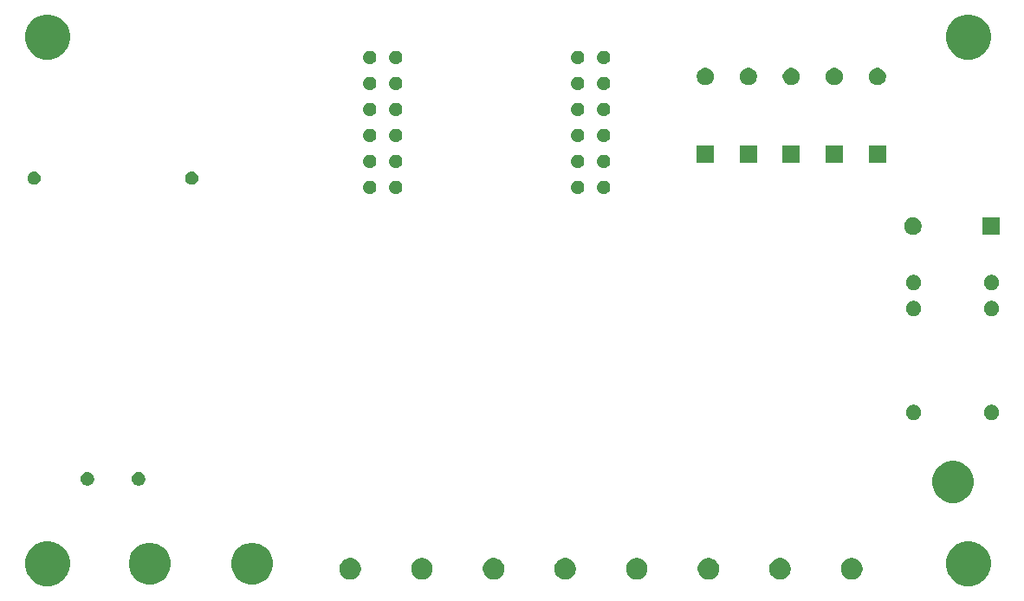
<source format=gbr>
G04 #@! TF.GenerationSoftware,KiCad,Pcbnew,(5.1.5)-3*
G04 #@! TF.CreationDate,2020-04-03T18:33:56+02:00*
G04 #@! TF.ProjectId,Calefacci_n_CC2530,43616c65-6661-4636-9369-f36e5f434332,rev?*
G04 #@! TF.SameCoordinates,Original*
G04 #@! TF.FileFunction,Soldermask,Bot*
G04 #@! TF.FilePolarity,Negative*
%FSLAX46Y46*%
G04 Gerber Fmt 4.6, Leading zero omitted, Abs format (unit mm)*
G04 Created by KiCad (PCBNEW (5.1.5)-3) date 2020-04-03 18:33:56*
%MOMM*%
%LPD*%
G04 APERTURE LIST*
%ADD10C,0.100000*%
G04 APERTURE END LIST*
D10*
G36*
X105642007Y-142883582D02*
G01*
X105990225Y-143027819D01*
X106042565Y-143049499D01*
X106403056Y-143290371D01*
X106709629Y-143596944D01*
X106773520Y-143692564D01*
X106950502Y-143957437D01*
X107116418Y-144357993D01*
X107201000Y-144783219D01*
X107201000Y-145216781D01*
X107116418Y-145642007D01*
X106979933Y-145971511D01*
X106950501Y-146042565D01*
X106709629Y-146403056D01*
X106403056Y-146709629D01*
X106042565Y-146950501D01*
X106042564Y-146950502D01*
X106042563Y-146950502D01*
X105642007Y-147116418D01*
X105216781Y-147201000D01*
X104783219Y-147201000D01*
X104357993Y-147116418D01*
X103957437Y-146950502D01*
X103957436Y-146950502D01*
X103957435Y-146950501D01*
X103596944Y-146709629D01*
X103290371Y-146403056D01*
X103049499Y-146042565D01*
X103020067Y-145971511D01*
X102883582Y-145642007D01*
X102799000Y-145216781D01*
X102799000Y-144783219D01*
X102883582Y-144357993D01*
X103049498Y-143957437D01*
X103226480Y-143692564D01*
X103290371Y-143596944D01*
X103596944Y-143290371D01*
X103957435Y-143049499D01*
X104009775Y-143027819D01*
X104357993Y-142883582D01*
X104783219Y-142799000D01*
X105216781Y-142799000D01*
X105642007Y-142883582D01*
G37*
G36*
X195642007Y-142883582D02*
G01*
X195990225Y-143027819D01*
X196042565Y-143049499D01*
X196403056Y-143290371D01*
X196709629Y-143596944D01*
X196773520Y-143692564D01*
X196950502Y-143957437D01*
X197116418Y-144357993D01*
X197201000Y-144783219D01*
X197201000Y-145216781D01*
X197116418Y-145642007D01*
X196979933Y-145971511D01*
X196950501Y-146042565D01*
X196709629Y-146403056D01*
X196403056Y-146709629D01*
X196042565Y-146950501D01*
X196042564Y-146950502D01*
X196042563Y-146950502D01*
X195642007Y-147116418D01*
X195216781Y-147201000D01*
X194783219Y-147201000D01*
X194357993Y-147116418D01*
X193957437Y-146950502D01*
X193957436Y-146950502D01*
X193957435Y-146950501D01*
X193596944Y-146709629D01*
X193290371Y-146403056D01*
X193049499Y-146042565D01*
X193020067Y-145971511D01*
X192883582Y-145642007D01*
X192799000Y-145216781D01*
X192799000Y-144783219D01*
X192883582Y-144357993D01*
X193049498Y-143957437D01*
X193226480Y-143692564D01*
X193290371Y-143596944D01*
X193596944Y-143290371D01*
X193957435Y-143049499D01*
X194009775Y-143027819D01*
X194357993Y-142883582D01*
X194783219Y-142799000D01*
X195216781Y-142799000D01*
X195642007Y-142883582D01*
G37*
G36*
X115598254Y-143027818D02*
G01*
X115971511Y-143182426D01*
X115971513Y-143182427D01*
X116133062Y-143290371D01*
X116307436Y-143406884D01*
X116593116Y-143692564D01*
X116817574Y-144028489D01*
X116972182Y-144401746D01*
X117051000Y-144797993D01*
X117051000Y-145202007D01*
X116972182Y-145598254D01*
X116817574Y-145971511D01*
X116817573Y-145971513D01*
X116593116Y-146307436D01*
X116307436Y-146593116D01*
X115971513Y-146817573D01*
X115971512Y-146817574D01*
X115971511Y-146817574D01*
X115598254Y-146972182D01*
X115202007Y-147051000D01*
X114797993Y-147051000D01*
X114401746Y-146972182D01*
X114028489Y-146817574D01*
X114028488Y-146817574D01*
X114028487Y-146817573D01*
X113692564Y-146593116D01*
X113406884Y-146307436D01*
X113182427Y-145971513D01*
X113182426Y-145971511D01*
X113027818Y-145598254D01*
X112949000Y-145202007D01*
X112949000Y-144797993D01*
X113027818Y-144401746D01*
X113182426Y-144028489D01*
X113406884Y-143692564D01*
X113692564Y-143406884D01*
X113866938Y-143290371D01*
X114028487Y-143182427D01*
X114028489Y-143182426D01*
X114401746Y-143027818D01*
X114797993Y-142949000D01*
X115202007Y-142949000D01*
X115598254Y-143027818D01*
G37*
G36*
X125598254Y-143027818D02*
G01*
X125971511Y-143182426D01*
X125971513Y-143182427D01*
X126133062Y-143290371D01*
X126307436Y-143406884D01*
X126593116Y-143692564D01*
X126817574Y-144028489D01*
X126972182Y-144401746D01*
X127051000Y-144797993D01*
X127051000Y-145202007D01*
X126972182Y-145598254D01*
X126817574Y-145971511D01*
X126817573Y-145971513D01*
X126593116Y-146307436D01*
X126307436Y-146593116D01*
X125971513Y-146817573D01*
X125971512Y-146817574D01*
X125971511Y-146817574D01*
X125598254Y-146972182D01*
X125202007Y-147051000D01*
X124797993Y-147051000D01*
X124401746Y-146972182D01*
X124028489Y-146817574D01*
X124028488Y-146817574D01*
X124028487Y-146817573D01*
X123692564Y-146593116D01*
X123406884Y-146307436D01*
X123182427Y-145971513D01*
X123182426Y-145971511D01*
X123027818Y-145598254D01*
X122949000Y-145202007D01*
X122949000Y-144797993D01*
X123027818Y-144401746D01*
X123182426Y-144028489D01*
X123406884Y-143692564D01*
X123692564Y-143406884D01*
X123866938Y-143290371D01*
X124028487Y-143182427D01*
X124028489Y-143182426D01*
X124401746Y-143027818D01*
X124797993Y-142949000D01*
X125202007Y-142949000D01*
X125598254Y-143027818D01*
G37*
G36*
X176906564Y-144489389D02*
G01*
X177097833Y-144568615D01*
X177097835Y-144568616D01*
X177269973Y-144683635D01*
X177416365Y-144830027D01*
X177531385Y-145002167D01*
X177610611Y-145193436D01*
X177651000Y-145396484D01*
X177651000Y-145603516D01*
X177610611Y-145806564D01*
X177542288Y-145971511D01*
X177531384Y-145997835D01*
X177416365Y-146169973D01*
X177269973Y-146316365D01*
X177097835Y-146431384D01*
X177097834Y-146431385D01*
X177097833Y-146431385D01*
X176906564Y-146510611D01*
X176703516Y-146551000D01*
X176496484Y-146551000D01*
X176293436Y-146510611D01*
X176102167Y-146431385D01*
X176102166Y-146431385D01*
X176102165Y-146431384D01*
X175930027Y-146316365D01*
X175783635Y-146169973D01*
X175668616Y-145997835D01*
X175657712Y-145971511D01*
X175589389Y-145806564D01*
X175549000Y-145603516D01*
X175549000Y-145396484D01*
X175589389Y-145193436D01*
X175668615Y-145002167D01*
X175783635Y-144830027D01*
X175930027Y-144683635D01*
X176102165Y-144568616D01*
X176102167Y-144568615D01*
X176293436Y-144489389D01*
X176496484Y-144449000D01*
X176703516Y-144449000D01*
X176906564Y-144489389D01*
G37*
G36*
X134906564Y-144489389D02*
G01*
X135097833Y-144568615D01*
X135097835Y-144568616D01*
X135269973Y-144683635D01*
X135416365Y-144830027D01*
X135531385Y-145002167D01*
X135610611Y-145193436D01*
X135651000Y-145396484D01*
X135651000Y-145603516D01*
X135610611Y-145806564D01*
X135542288Y-145971511D01*
X135531384Y-145997835D01*
X135416365Y-146169973D01*
X135269973Y-146316365D01*
X135097835Y-146431384D01*
X135097834Y-146431385D01*
X135097833Y-146431385D01*
X134906564Y-146510611D01*
X134703516Y-146551000D01*
X134496484Y-146551000D01*
X134293436Y-146510611D01*
X134102167Y-146431385D01*
X134102166Y-146431385D01*
X134102165Y-146431384D01*
X133930027Y-146316365D01*
X133783635Y-146169973D01*
X133668616Y-145997835D01*
X133657712Y-145971511D01*
X133589389Y-145806564D01*
X133549000Y-145603516D01*
X133549000Y-145396484D01*
X133589389Y-145193436D01*
X133668615Y-145002167D01*
X133783635Y-144830027D01*
X133930027Y-144683635D01*
X134102165Y-144568616D01*
X134102167Y-144568615D01*
X134293436Y-144489389D01*
X134496484Y-144449000D01*
X134703516Y-144449000D01*
X134906564Y-144489389D01*
G37*
G36*
X141906564Y-144489389D02*
G01*
X142097833Y-144568615D01*
X142097835Y-144568616D01*
X142269973Y-144683635D01*
X142416365Y-144830027D01*
X142531385Y-145002167D01*
X142610611Y-145193436D01*
X142651000Y-145396484D01*
X142651000Y-145603516D01*
X142610611Y-145806564D01*
X142542288Y-145971511D01*
X142531384Y-145997835D01*
X142416365Y-146169973D01*
X142269973Y-146316365D01*
X142097835Y-146431384D01*
X142097834Y-146431385D01*
X142097833Y-146431385D01*
X141906564Y-146510611D01*
X141703516Y-146551000D01*
X141496484Y-146551000D01*
X141293436Y-146510611D01*
X141102167Y-146431385D01*
X141102166Y-146431385D01*
X141102165Y-146431384D01*
X140930027Y-146316365D01*
X140783635Y-146169973D01*
X140668616Y-145997835D01*
X140657712Y-145971511D01*
X140589389Y-145806564D01*
X140549000Y-145603516D01*
X140549000Y-145396484D01*
X140589389Y-145193436D01*
X140668615Y-145002167D01*
X140783635Y-144830027D01*
X140930027Y-144683635D01*
X141102165Y-144568616D01*
X141102167Y-144568615D01*
X141293436Y-144489389D01*
X141496484Y-144449000D01*
X141703516Y-144449000D01*
X141906564Y-144489389D01*
G37*
G36*
X148906564Y-144489389D02*
G01*
X149097833Y-144568615D01*
X149097835Y-144568616D01*
X149269973Y-144683635D01*
X149416365Y-144830027D01*
X149531385Y-145002167D01*
X149610611Y-145193436D01*
X149651000Y-145396484D01*
X149651000Y-145603516D01*
X149610611Y-145806564D01*
X149542288Y-145971511D01*
X149531384Y-145997835D01*
X149416365Y-146169973D01*
X149269973Y-146316365D01*
X149097835Y-146431384D01*
X149097834Y-146431385D01*
X149097833Y-146431385D01*
X148906564Y-146510611D01*
X148703516Y-146551000D01*
X148496484Y-146551000D01*
X148293436Y-146510611D01*
X148102167Y-146431385D01*
X148102166Y-146431385D01*
X148102165Y-146431384D01*
X147930027Y-146316365D01*
X147783635Y-146169973D01*
X147668616Y-145997835D01*
X147657712Y-145971511D01*
X147589389Y-145806564D01*
X147549000Y-145603516D01*
X147549000Y-145396484D01*
X147589389Y-145193436D01*
X147668615Y-145002167D01*
X147783635Y-144830027D01*
X147930027Y-144683635D01*
X148102165Y-144568616D01*
X148102167Y-144568615D01*
X148293436Y-144489389D01*
X148496484Y-144449000D01*
X148703516Y-144449000D01*
X148906564Y-144489389D01*
G37*
G36*
X155906564Y-144489389D02*
G01*
X156097833Y-144568615D01*
X156097835Y-144568616D01*
X156269973Y-144683635D01*
X156416365Y-144830027D01*
X156531385Y-145002167D01*
X156610611Y-145193436D01*
X156651000Y-145396484D01*
X156651000Y-145603516D01*
X156610611Y-145806564D01*
X156542288Y-145971511D01*
X156531384Y-145997835D01*
X156416365Y-146169973D01*
X156269973Y-146316365D01*
X156097835Y-146431384D01*
X156097834Y-146431385D01*
X156097833Y-146431385D01*
X155906564Y-146510611D01*
X155703516Y-146551000D01*
X155496484Y-146551000D01*
X155293436Y-146510611D01*
X155102167Y-146431385D01*
X155102166Y-146431385D01*
X155102165Y-146431384D01*
X154930027Y-146316365D01*
X154783635Y-146169973D01*
X154668616Y-145997835D01*
X154657712Y-145971511D01*
X154589389Y-145806564D01*
X154549000Y-145603516D01*
X154549000Y-145396484D01*
X154589389Y-145193436D01*
X154668615Y-145002167D01*
X154783635Y-144830027D01*
X154930027Y-144683635D01*
X155102165Y-144568616D01*
X155102167Y-144568615D01*
X155293436Y-144489389D01*
X155496484Y-144449000D01*
X155703516Y-144449000D01*
X155906564Y-144489389D01*
G37*
G36*
X162906564Y-144489389D02*
G01*
X163097833Y-144568615D01*
X163097835Y-144568616D01*
X163269973Y-144683635D01*
X163416365Y-144830027D01*
X163531385Y-145002167D01*
X163610611Y-145193436D01*
X163651000Y-145396484D01*
X163651000Y-145603516D01*
X163610611Y-145806564D01*
X163542288Y-145971511D01*
X163531384Y-145997835D01*
X163416365Y-146169973D01*
X163269973Y-146316365D01*
X163097835Y-146431384D01*
X163097834Y-146431385D01*
X163097833Y-146431385D01*
X162906564Y-146510611D01*
X162703516Y-146551000D01*
X162496484Y-146551000D01*
X162293436Y-146510611D01*
X162102167Y-146431385D01*
X162102166Y-146431385D01*
X162102165Y-146431384D01*
X161930027Y-146316365D01*
X161783635Y-146169973D01*
X161668616Y-145997835D01*
X161657712Y-145971511D01*
X161589389Y-145806564D01*
X161549000Y-145603516D01*
X161549000Y-145396484D01*
X161589389Y-145193436D01*
X161668615Y-145002167D01*
X161783635Y-144830027D01*
X161930027Y-144683635D01*
X162102165Y-144568616D01*
X162102167Y-144568615D01*
X162293436Y-144489389D01*
X162496484Y-144449000D01*
X162703516Y-144449000D01*
X162906564Y-144489389D01*
G37*
G36*
X169906564Y-144489389D02*
G01*
X170097833Y-144568615D01*
X170097835Y-144568616D01*
X170269973Y-144683635D01*
X170416365Y-144830027D01*
X170531385Y-145002167D01*
X170610611Y-145193436D01*
X170651000Y-145396484D01*
X170651000Y-145603516D01*
X170610611Y-145806564D01*
X170542288Y-145971511D01*
X170531384Y-145997835D01*
X170416365Y-146169973D01*
X170269973Y-146316365D01*
X170097835Y-146431384D01*
X170097834Y-146431385D01*
X170097833Y-146431385D01*
X169906564Y-146510611D01*
X169703516Y-146551000D01*
X169496484Y-146551000D01*
X169293436Y-146510611D01*
X169102167Y-146431385D01*
X169102166Y-146431385D01*
X169102165Y-146431384D01*
X168930027Y-146316365D01*
X168783635Y-146169973D01*
X168668616Y-145997835D01*
X168657712Y-145971511D01*
X168589389Y-145806564D01*
X168549000Y-145603516D01*
X168549000Y-145396484D01*
X168589389Y-145193436D01*
X168668615Y-145002167D01*
X168783635Y-144830027D01*
X168930027Y-144683635D01*
X169102165Y-144568616D01*
X169102167Y-144568615D01*
X169293436Y-144489389D01*
X169496484Y-144449000D01*
X169703516Y-144449000D01*
X169906564Y-144489389D01*
G37*
G36*
X183906564Y-144489389D02*
G01*
X184097833Y-144568615D01*
X184097835Y-144568616D01*
X184269973Y-144683635D01*
X184416365Y-144830027D01*
X184531385Y-145002167D01*
X184610611Y-145193436D01*
X184651000Y-145396484D01*
X184651000Y-145603516D01*
X184610611Y-145806564D01*
X184542288Y-145971511D01*
X184531384Y-145997835D01*
X184416365Y-146169973D01*
X184269973Y-146316365D01*
X184097835Y-146431384D01*
X184097834Y-146431385D01*
X184097833Y-146431385D01*
X183906564Y-146510611D01*
X183703516Y-146551000D01*
X183496484Y-146551000D01*
X183293436Y-146510611D01*
X183102167Y-146431385D01*
X183102166Y-146431385D01*
X183102165Y-146431384D01*
X182930027Y-146316365D01*
X182783635Y-146169973D01*
X182668616Y-145997835D01*
X182657712Y-145971511D01*
X182589389Y-145806564D01*
X182549000Y-145603516D01*
X182549000Y-145396484D01*
X182589389Y-145193436D01*
X182668615Y-145002167D01*
X182783635Y-144830027D01*
X182930027Y-144683635D01*
X183102165Y-144568616D01*
X183102167Y-144568615D01*
X183293436Y-144489389D01*
X183496484Y-144449000D01*
X183703516Y-144449000D01*
X183906564Y-144489389D01*
G37*
G36*
X194098254Y-135027818D02*
G01*
X194471511Y-135182426D01*
X194471513Y-135182427D01*
X194807436Y-135406884D01*
X195093116Y-135692564D01*
X195317574Y-136028489D01*
X195472182Y-136401746D01*
X195551000Y-136797993D01*
X195551000Y-137202007D01*
X195472182Y-137598254D01*
X195317574Y-137971511D01*
X195317573Y-137971513D01*
X195093116Y-138307436D01*
X194807436Y-138593116D01*
X194471513Y-138817573D01*
X194471512Y-138817574D01*
X194471511Y-138817574D01*
X194098254Y-138972182D01*
X193702007Y-139051000D01*
X193297993Y-139051000D01*
X192901746Y-138972182D01*
X192528489Y-138817574D01*
X192528488Y-138817574D01*
X192528487Y-138817573D01*
X192192564Y-138593116D01*
X191906884Y-138307436D01*
X191682427Y-137971513D01*
X191682426Y-137971511D01*
X191527818Y-137598254D01*
X191449000Y-137202007D01*
X191449000Y-136797993D01*
X191527818Y-136401746D01*
X191682426Y-136028489D01*
X191906884Y-135692564D01*
X192192564Y-135406884D01*
X192528487Y-135182427D01*
X192528489Y-135182426D01*
X192901746Y-135027818D01*
X193297993Y-134949000D01*
X193702007Y-134949000D01*
X194098254Y-135027818D01*
G37*
G36*
X114089890Y-136074017D02*
G01*
X114208364Y-136123091D01*
X114314988Y-136194335D01*
X114405665Y-136285012D01*
X114476909Y-136391636D01*
X114525983Y-136510110D01*
X114551000Y-136635882D01*
X114551000Y-136764118D01*
X114525983Y-136889890D01*
X114476909Y-137008364D01*
X114405665Y-137114988D01*
X114314988Y-137205665D01*
X114208364Y-137276909D01*
X114208363Y-137276910D01*
X114208362Y-137276910D01*
X114089890Y-137325983D01*
X113964119Y-137351000D01*
X113835881Y-137351000D01*
X113710110Y-137325983D01*
X113591638Y-137276910D01*
X113591637Y-137276910D01*
X113591636Y-137276909D01*
X113485012Y-137205665D01*
X113394335Y-137114988D01*
X113323091Y-137008364D01*
X113274017Y-136889890D01*
X113249000Y-136764118D01*
X113249000Y-136635882D01*
X113274017Y-136510110D01*
X113323091Y-136391636D01*
X113394335Y-136285012D01*
X113485012Y-136194335D01*
X113591636Y-136123091D01*
X113710110Y-136074017D01*
X113835881Y-136049000D01*
X113964119Y-136049000D01*
X114089890Y-136074017D01*
G37*
G36*
X109089890Y-136074017D02*
G01*
X109208364Y-136123091D01*
X109314988Y-136194335D01*
X109405665Y-136285012D01*
X109476909Y-136391636D01*
X109525983Y-136510110D01*
X109551000Y-136635882D01*
X109551000Y-136764118D01*
X109525983Y-136889890D01*
X109476909Y-137008364D01*
X109405665Y-137114988D01*
X109314988Y-137205665D01*
X109208364Y-137276909D01*
X109208363Y-137276910D01*
X109208362Y-137276910D01*
X109089890Y-137325983D01*
X108964119Y-137351000D01*
X108835881Y-137351000D01*
X108710110Y-137325983D01*
X108591638Y-137276910D01*
X108591637Y-137276910D01*
X108591636Y-137276909D01*
X108485012Y-137205665D01*
X108394335Y-137114988D01*
X108323091Y-137008364D01*
X108274017Y-136889890D01*
X108249000Y-136764118D01*
X108249000Y-136635882D01*
X108274017Y-136510110D01*
X108323091Y-136391636D01*
X108394335Y-136285012D01*
X108485012Y-136194335D01*
X108591636Y-136123091D01*
X108710110Y-136074017D01*
X108835881Y-136049000D01*
X108964119Y-136049000D01*
X109089890Y-136074017D01*
G37*
G36*
X189859059Y-129477860D02*
G01*
X189995732Y-129534472D01*
X190118735Y-129616660D01*
X190223340Y-129721265D01*
X190305528Y-129844268D01*
X190362140Y-129980941D01*
X190391000Y-130126033D01*
X190391000Y-130273967D01*
X190362140Y-130419059D01*
X190305528Y-130555732D01*
X190223340Y-130678735D01*
X190118735Y-130783340D01*
X189995732Y-130865528D01*
X189995731Y-130865529D01*
X189995730Y-130865529D01*
X189859059Y-130922140D01*
X189713968Y-130951000D01*
X189566032Y-130951000D01*
X189420941Y-130922140D01*
X189284270Y-130865529D01*
X189284269Y-130865529D01*
X189284268Y-130865528D01*
X189161265Y-130783340D01*
X189056660Y-130678735D01*
X188974472Y-130555732D01*
X188917860Y-130419059D01*
X188889000Y-130273967D01*
X188889000Y-130126033D01*
X188917860Y-129980941D01*
X188974472Y-129844268D01*
X189056660Y-129721265D01*
X189161265Y-129616660D01*
X189284268Y-129534472D01*
X189420941Y-129477860D01*
X189566032Y-129449000D01*
X189713968Y-129449000D01*
X189859059Y-129477860D01*
G37*
G36*
X197479059Y-129477860D02*
G01*
X197615732Y-129534472D01*
X197738735Y-129616660D01*
X197843340Y-129721265D01*
X197925528Y-129844268D01*
X197982140Y-129980941D01*
X198011000Y-130126033D01*
X198011000Y-130273967D01*
X197982140Y-130419059D01*
X197925528Y-130555732D01*
X197843340Y-130678735D01*
X197738735Y-130783340D01*
X197615732Y-130865528D01*
X197615731Y-130865529D01*
X197615730Y-130865529D01*
X197479059Y-130922140D01*
X197333968Y-130951000D01*
X197186032Y-130951000D01*
X197040941Y-130922140D01*
X196904270Y-130865529D01*
X196904269Y-130865529D01*
X196904268Y-130865528D01*
X196781265Y-130783340D01*
X196676660Y-130678735D01*
X196594472Y-130555732D01*
X196537860Y-130419059D01*
X196509000Y-130273967D01*
X196509000Y-130126033D01*
X196537860Y-129980941D01*
X196594472Y-129844268D01*
X196676660Y-129721265D01*
X196781265Y-129616660D01*
X196904268Y-129534472D01*
X197040941Y-129477860D01*
X197186032Y-129449000D01*
X197333968Y-129449000D01*
X197479059Y-129477860D01*
G37*
G36*
X197479059Y-119317860D02*
G01*
X197615732Y-119374472D01*
X197738735Y-119456660D01*
X197843340Y-119561265D01*
X197925528Y-119684268D01*
X197982140Y-119820941D01*
X198011000Y-119966033D01*
X198011000Y-120113967D01*
X197982140Y-120259059D01*
X197925528Y-120395732D01*
X197843340Y-120518735D01*
X197738735Y-120623340D01*
X197615732Y-120705528D01*
X197615731Y-120705529D01*
X197615730Y-120705529D01*
X197479059Y-120762140D01*
X197333968Y-120791000D01*
X197186032Y-120791000D01*
X197040941Y-120762140D01*
X196904270Y-120705529D01*
X196904269Y-120705529D01*
X196904268Y-120705528D01*
X196781265Y-120623340D01*
X196676660Y-120518735D01*
X196594472Y-120395732D01*
X196537860Y-120259059D01*
X196509000Y-120113967D01*
X196509000Y-119966033D01*
X196537860Y-119820941D01*
X196594472Y-119684268D01*
X196676660Y-119561265D01*
X196781265Y-119456660D01*
X196904268Y-119374472D01*
X197040941Y-119317860D01*
X197186032Y-119289000D01*
X197333968Y-119289000D01*
X197479059Y-119317860D01*
G37*
G36*
X189859059Y-119317860D02*
G01*
X189995732Y-119374472D01*
X190118735Y-119456660D01*
X190223340Y-119561265D01*
X190305528Y-119684268D01*
X190362140Y-119820941D01*
X190391000Y-119966033D01*
X190391000Y-120113967D01*
X190362140Y-120259059D01*
X190305528Y-120395732D01*
X190223340Y-120518735D01*
X190118735Y-120623340D01*
X189995732Y-120705528D01*
X189995731Y-120705529D01*
X189995730Y-120705529D01*
X189859059Y-120762140D01*
X189713968Y-120791000D01*
X189566032Y-120791000D01*
X189420941Y-120762140D01*
X189284270Y-120705529D01*
X189284269Y-120705529D01*
X189284268Y-120705528D01*
X189161265Y-120623340D01*
X189056660Y-120518735D01*
X188974472Y-120395732D01*
X188917860Y-120259059D01*
X188889000Y-120113967D01*
X188889000Y-119966033D01*
X188917860Y-119820941D01*
X188974472Y-119684268D01*
X189056660Y-119561265D01*
X189161265Y-119456660D01*
X189284268Y-119374472D01*
X189420941Y-119317860D01*
X189566032Y-119289000D01*
X189713968Y-119289000D01*
X189859059Y-119317860D01*
G37*
G36*
X189859059Y-116777860D02*
G01*
X189995732Y-116834472D01*
X190118735Y-116916660D01*
X190223340Y-117021265D01*
X190305528Y-117144268D01*
X190362140Y-117280941D01*
X190391000Y-117426033D01*
X190391000Y-117573967D01*
X190362140Y-117719059D01*
X190305528Y-117855732D01*
X190223340Y-117978735D01*
X190118735Y-118083340D01*
X189995732Y-118165528D01*
X189995731Y-118165529D01*
X189995730Y-118165529D01*
X189859059Y-118222140D01*
X189713968Y-118251000D01*
X189566032Y-118251000D01*
X189420941Y-118222140D01*
X189284270Y-118165529D01*
X189284269Y-118165529D01*
X189284268Y-118165528D01*
X189161265Y-118083340D01*
X189056660Y-117978735D01*
X188974472Y-117855732D01*
X188917860Y-117719059D01*
X188889000Y-117573967D01*
X188889000Y-117426033D01*
X188917860Y-117280941D01*
X188974472Y-117144268D01*
X189056660Y-117021265D01*
X189161265Y-116916660D01*
X189284268Y-116834472D01*
X189420941Y-116777860D01*
X189566032Y-116749000D01*
X189713968Y-116749000D01*
X189859059Y-116777860D01*
G37*
G36*
X197479059Y-116777860D02*
G01*
X197615732Y-116834472D01*
X197738735Y-116916660D01*
X197843340Y-117021265D01*
X197925528Y-117144268D01*
X197982140Y-117280941D01*
X198011000Y-117426033D01*
X198011000Y-117573967D01*
X197982140Y-117719059D01*
X197925528Y-117855732D01*
X197843340Y-117978735D01*
X197738735Y-118083340D01*
X197615732Y-118165528D01*
X197615731Y-118165529D01*
X197615730Y-118165529D01*
X197479059Y-118222140D01*
X197333968Y-118251000D01*
X197186032Y-118251000D01*
X197040941Y-118222140D01*
X196904270Y-118165529D01*
X196904269Y-118165529D01*
X196904268Y-118165528D01*
X196781265Y-118083340D01*
X196676660Y-117978735D01*
X196594472Y-117855732D01*
X196537860Y-117719059D01*
X196509000Y-117573967D01*
X196509000Y-117426033D01*
X196537860Y-117280941D01*
X196594472Y-117144268D01*
X196676660Y-117021265D01*
X196781265Y-116916660D01*
X196904268Y-116834472D01*
X197040941Y-116777860D01*
X197186032Y-116749000D01*
X197333968Y-116749000D01*
X197479059Y-116777860D01*
G37*
G36*
X198051000Y-112851000D02*
G01*
X196349000Y-112851000D01*
X196349000Y-111149000D01*
X198051000Y-111149000D01*
X198051000Y-112851000D01*
G37*
G36*
X189828228Y-111181703D02*
G01*
X189983100Y-111245853D01*
X190122481Y-111338985D01*
X190241015Y-111457519D01*
X190334147Y-111596900D01*
X190398297Y-111751772D01*
X190431000Y-111916184D01*
X190431000Y-112083816D01*
X190398297Y-112248228D01*
X190334147Y-112403100D01*
X190241015Y-112542481D01*
X190122481Y-112661015D01*
X189983100Y-112754147D01*
X189828228Y-112818297D01*
X189663816Y-112851000D01*
X189496184Y-112851000D01*
X189331772Y-112818297D01*
X189176900Y-112754147D01*
X189037519Y-112661015D01*
X188918985Y-112542481D01*
X188825853Y-112403100D01*
X188761703Y-112248228D01*
X188729000Y-112083816D01*
X188729000Y-111916184D01*
X188761703Y-111751772D01*
X188825853Y-111596900D01*
X188918985Y-111457519D01*
X189037519Y-111338985D01*
X189176900Y-111245853D01*
X189331772Y-111181703D01*
X189496184Y-111149000D01*
X189663816Y-111149000D01*
X189828228Y-111181703D01*
G37*
G36*
X159549890Y-107574017D02*
G01*
X159632811Y-107608364D01*
X159668364Y-107623091D01*
X159774988Y-107694335D01*
X159865665Y-107785012D01*
X159936909Y-107891636D01*
X159985983Y-108010110D01*
X160011000Y-108135882D01*
X160011000Y-108264118D01*
X159985983Y-108389890D01*
X159936909Y-108508364D01*
X159865665Y-108614988D01*
X159774988Y-108705665D01*
X159668364Y-108776909D01*
X159668363Y-108776910D01*
X159668362Y-108776910D01*
X159549890Y-108825983D01*
X159424119Y-108851000D01*
X159295881Y-108851000D01*
X159170110Y-108825983D01*
X159051638Y-108776910D01*
X159051637Y-108776910D01*
X159051636Y-108776909D01*
X158945012Y-108705665D01*
X158854335Y-108614988D01*
X158783091Y-108508364D01*
X158734017Y-108389890D01*
X158709000Y-108264118D01*
X158709000Y-108135882D01*
X158734017Y-108010110D01*
X158783091Y-107891636D01*
X158854335Y-107785012D01*
X158945012Y-107694335D01*
X159051636Y-107623091D01*
X159087190Y-107608364D01*
X159170110Y-107574017D01*
X159295881Y-107549000D01*
X159424119Y-107549000D01*
X159549890Y-107574017D01*
G37*
G36*
X157009890Y-107574017D02*
G01*
X157092811Y-107608364D01*
X157128364Y-107623091D01*
X157234988Y-107694335D01*
X157325665Y-107785012D01*
X157396909Y-107891636D01*
X157445983Y-108010110D01*
X157471000Y-108135882D01*
X157471000Y-108264118D01*
X157445983Y-108389890D01*
X157396909Y-108508364D01*
X157325665Y-108614988D01*
X157234988Y-108705665D01*
X157128364Y-108776909D01*
X157128363Y-108776910D01*
X157128362Y-108776910D01*
X157009890Y-108825983D01*
X156884119Y-108851000D01*
X156755881Y-108851000D01*
X156630110Y-108825983D01*
X156511638Y-108776910D01*
X156511637Y-108776910D01*
X156511636Y-108776909D01*
X156405012Y-108705665D01*
X156314335Y-108614988D01*
X156243091Y-108508364D01*
X156194017Y-108389890D01*
X156169000Y-108264118D01*
X156169000Y-108135882D01*
X156194017Y-108010110D01*
X156243091Y-107891636D01*
X156314335Y-107785012D01*
X156405012Y-107694335D01*
X156511636Y-107623091D01*
X156547190Y-107608364D01*
X156630110Y-107574017D01*
X156755881Y-107549000D01*
X156884119Y-107549000D01*
X157009890Y-107574017D01*
G37*
G36*
X139229890Y-107574017D02*
G01*
X139312811Y-107608364D01*
X139348364Y-107623091D01*
X139454988Y-107694335D01*
X139545665Y-107785012D01*
X139616909Y-107891636D01*
X139665983Y-108010110D01*
X139691000Y-108135882D01*
X139691000Y-108264118D01*
X139665983Y-108389890D01*
X139616909Y-108508364D01*
X139545665Y-108614988D01*
X139454988Y-108705665D01*
X139348364Y-108776909D01*
X139348363Y-108776910D01*
X139348362Y-108776910D01*
X139229890Y-108825983D01*
X139104119Y-108851000D01*
X138975881Y-108851000D01*
X138850110Y-108825983D01*
X138731638Y-108776910D01*
X138731637Y-108776910D01*
X138731636Y-108776909D01*
X138625012Y-108705665D01*
X138534335Y-108614988D01*
X138463091Y-108508364D01*
X138414017Y-108389890D01*
X138389000Y-108264118D01*
X138389000Y-108135882D01*
X138414017Y-108010110D01*
X138463091Y-107891636D01*
X138534335Y-107785012D01*
X138625012Y-107694335D01*
X138731636Y-107623091D01*
X138767190Y-107608364D01*
X138850110Y-107574017D01*
X138975881Y-107549000D01*
X139104119Y-107549000D01*
X139229890Y-107574017D01*
G37*
G36*
X136689890Y-107574017D02*
G01*
X136772811Y-107608364D01*
X136808364Y-107623091D01*
X136914988Y-107694335D01*
X137005665Y-107785012D01*
X137076909Y-107891636D01*
X137125983Y-108010110D01*
X137151000Y-108135882D01*
X137151000Y-108264118D01*
X137125983Y-108389890D01*
X137076909Y-108508364D01*
X137005665Y-108614988D01*
X136914988Y-108705665D01*
X136808364Y-108776909D01*
X136808363Y-108776910D01*
X136808362Y-108776910D01*
X136689890Y-108825983D01*
X136564119Y-108851000D01*
X136435881Y-108851000D01*
X136310110Y-108825983D01*
X136191638Y-108776910D01*
X136191637Y-108776910D01*
X136191636Y-108776909D01*
X136085012Y-108705665D01*
X135994335Y-108614988D01*
X135923091Y-108508364D01*
X135874017Y-108389890D01*
X135849000Y-108264118D01*
X135849000Y-108135882D01*
X135874017Y-108010110D01*
X135923091Y-107891636D01*
X135994335Y-107785012D01*
X136085012Y-107694335D01*
X136191636Y-107623091D01*
X136227190Y-107608364D01*
X136310110Y-107574017D01*
X136435881Y-107549000D01*
X136564119Y-107549000D01*
X136689890Y-107574017D01*
G37*
G36*
X119289890Y-106674017D02*
G01*
X119408364Y-106723091D01*
X119514988Y-106794335D01*
X119605665Y-106885012D01*
X119676909Y-106991636D01*
X119725983Y-107110110D01*
X119751000Y-107235882D01*
X119751000Y-107364118D01*
X119725983Y-107489890D01*
X119676909Y-107608364D01*
X119605665Y-107714988D01*
X119514988Y-107805665D01*
X119408364Y-107876909D01*
X119408363Y-107876910D01*
X119408362Y-107876910D01*
X119289890Y-107925983D01*
X119164119Y-107951000D01*
X119035881Y-107951000D01*
X118910110Y-107925983D01*
X118791638Y-107876910D01*
X118791637Y-107876910D01*
X118791636Y-107876909D01*
X118685012Y-107805665D01*
X118594335Y-107714988D01*
X118523091Y-107608364D01*
X118474017Y-107489890D01*
X118449000Y-107364118D01*
X118449000Y-107235882D01*
X118474017Y-107110110D01*
X118523091Y-106991636D01*
X118594335Y-106885012D01*
X118685012Y-106794335D01*
X118791636Y-106723091D01*
X118910110Y-106674017D01*
X119035881Y-106649000D01*
X119164119Y-106649000D01*
X119289890Y-106674017D01*
G37*
G36*
X103889890Y-106674017D02*
G01*
X104008364Y-106723091D01*
X104114988Y-106794335D01*
X104205665Y-106885012D01*
X104276909Y-106991636D01*
X104325983Y-107110110D01*
X104351000Y-107235882D01*
X104351000Y-107364118D01*
X104325983Y-107489890D01*
X104276909Y-107608364D01*
X104205665Y-107714988D01*
X104114988Y-107805665D01*
X104008364Y-107876909D01*
X104008363Y-107876910D01*
X104008362Y-107876910D01*
X103889890Y-107925983D01*
X103764119Y-107951000D01*
X103635881Y-107951000D01*
X103510110Y-107925983D01*
X103391638Y-107876910D01*
X103391637Y-107876910D01*
X103391636Y-107876909D01*
X103285012Y-107805665D01*
X103194335Y-107714988D01*
X103123091Y-107608364D01*
X103074017Y-107489890D01*
X103049000Y-107364118D01*
X103049000Y-107235882D01*
X103074017Y-107110110D01*
X103123091Y-106991636D01*
X103194335Y-106885012D01*
X103285012Y-106794335D01*
X103391636Y-106723091D01*
X103510110Y-106674017D01*
X103635881Y-106649000D01*
X103764119Y-106649000D01*
X103889890Y-106674017D01*
G37*
G36*
X159549890Y-105034017D02*
G01*
X159668364Y-105083091D01*
X159774988Y-105154335D01*
X159865665Y-105245012D01*
X159936909Y-105351636D01*
X159985983Y-105470110D01*
X160011000Y-105595882D01*
X160011000Y-105724118D01*
X159985983Y-105849890D01*
X159936909Y-105968364D01*
X159865665Y-106074988D01*
X159774988Y-106165665D01*
X159668364Y-106236909D01*
X159668363Y-106236910D01*
X159668362Y-106236910D01*
X159549890Y-106285983D01*
X159424119Y-106311000D01*
X159295881Y-106311000D01*
X159170110Y-106285983D01*
X159051638Y-106236910D01*
X159051637Y-106236910D01*
X159051636Y-106236909D01*
X158945012Y-106165665D01*
X158854335Y-106074988D01*
X158783091Y-105968364D01*
X158734017Y-105849890D01*
X158709000Y-105724118D01*
X158709000Y-105595882D01*
X158734017Y-105470110D01*
X158783091Y-105351636D01*
X158854335Y-105245012D01*
X158945012Y-105154335D01*
X159051636Y-105083091D01*
X159170110Y-105034017D01*
X159295881Y-105009000D01*
X159424119Y-105009000D01*
X159549890Y-105034017D01*
G37*
G36*
X136689890Y-105034017D02*
G01*
X136808364Y-105083091D01*
X136914988Y-105154335D01*
X137005665Y-105245012D01*
X137076909Y-105351636D01*
X137125983Y-105470110D01*
X137151000Y-105595882D01*
X137151000Y-105724118D01*
X137125983Y-105849890D01*
X137076909Y-105968364D01*
X137005665Y-106074988D01*
X136914988Y-106165665D01*
X136808364Y-106236909D01*
X136808363Y-106236910D01*
X136808362Y-106236910D01*
X136689890Y-106285983D01*
X136564119Y-106311000D01*
X136435881Y-106311000D01*
X136310110Y-106285983D01*
X136191638Y-106236910D01*
X136191637Y-106236910D01*
X136191636Y-106236909D01*
X136085012Y-106165665D01*
X135994335Y-106074988D01*
X135923091Y-105968364D01*
X135874017Y-105849890D01*
X135849000Y-105724118D01*
X135849000Y-105595882D01*
X135874017Y-105470110D01*
X135923091Y-105351636D01*
X135994335Y-105245012D01*
X136085012Y-105154335D01*
X136191636Y-105083091D01*
X136310110Y-105034017D01*
X136435881Y-105009000D01*
X136564119Y-105009000D01*
X136689890Y-105034017D01*
G37*
G36*
X139229890Y-105034017D02*
G01*
X139348364Y-105083091D01*
X139454988Y-105154335D01*
X139545665Y-105245012D01*
X139616909Y-105351636D01*
X139665983Y-105470110D01*
X139691000Y-105595882D01*
X139691000Y-105724118D01*
X139665983Y-105849890D01*
X139616909Y-105968364D01*
X139545665Y-106074988D01*
X139454988Y-106165665D01*
X139348364Y-106236909D01*
X139348363Y-106236910D01*
X139348362Y-106236910D01*
X139229890Y-106285983D01*
X139104119Y-106311000D01*
X138975881Y-106311000D01*
X138850110Y-106285983D01*
X138731638Y-106236910D01*
X138731637Y-106236910D01*
X138731636Y-106236909D01*
X138625012Y-106165665D01*
X138534335Y-106074988D01*
X138463091Y-105968364D01*
X138414017Y-105849890D01*
X138389000Y-105724118D01*
X138389000Y-105595882D01*
X138414017Y-105470110D01*
X138463091Y-105351636D01*
X138534335Y-105245012D01*
X138625012Y-105154335D01*
X138731636Y-105083091D01*
X138850110Y-105034017D01*
X138975881Y-105009000D01*
X139104119Y-105009000D01*
X139229890Y-105034017D01*
G37*
G36*
X157009890Y-105034017D02*
G01*
X157128364Y-105083091D01*
X157234988Y-105154335D01*
X157325665Y-105245012D01*
X157396909Y-105351636D01*
X157445983Y-105470110D01*
X157471000Y-105595882D01*
X157471000Y-105724118D01*
X157445983Y-105849890D01*
X157396909Y-105968364D01*
X157325665Y-106074988D01*
X157234988Y-106165665D01*
X157128364Y-106236909D01*
X157128363Y-106236910D01*
X157128362Y-106236910D01*
X157009890Y-106285983D01*
X156884119Y-106311000D01*
X156755881Y-106311000D01*
X156630110Y-106285983D01*
X156511638Y-106236910D01*
X156511637Y-106236910D01*
X156511636Y-106236909D01*
X156405012Y-106165665D01*
X156314335Y-106074988D01*
X156243091Y-105968364D01*
X156194017Y-105849890D01*
X156169000Y-105724118D01*
X156169000Y-105595882D01*
X156194017Y-105470110D01*
X156243091Y-105351636D01*
X156314335Y-105245012D01*
X156405012Y-105154335D01*
X156511636Y-105083091D01*
X156630110Y-105034017D01*
X156755881Y-105009000D01*
X156884119Y-105009000D01*
X157009890Y-105034017D01*
G37*
G36*
X182751000Y-105851000D02*
G01*
X181049000Y-105851000D01*
X181049000Y-104149000D01*
X182751000Y-104149000D01*
X182751000Y-105851000D01*
G37*
G36*
X186951000Y-105851000D02*
G01*
X185249000Y-105851000D01*
X185249000Y-104149000D01*
X186951000Y-104149000D01*
X186951000Y-105851000D01*
G37*
G36*
X178551000Y-105851000D02*
G01*
X176849000Y-105851000D01*
X176849000Y-104149000D01*
X178551000Y-104149000D01*
X178551000Y-105851000D01*
G37*
G36*
X170151000Y-105851000D02*
G01*
X168449000Y-105851000D01*
X168449000Y-104149000D01*
X170151000Y-104149000D01*
X170151000Y-105851000D01*
G37*
G36*
X174351000Y-105851000D02*
G01*
X172649000Y-105851000D01*
X172649000Y-104149000D01*
X174351000Y-104149000D01*
X174351000Y-105851000D01*
G37*
G36*
X136689890Y-102494017D02*
G01*
X136808364Y-102543091D01*
X136914988Y-102614335D01*
X137005665Y-102705012D01*
X137076909Y-102811636D01*
X137125983Y-102930110D01*
X137151000Y-103055882D01*
X137151000Y-103184118D01*
X137125983Y-103309890D01*
X137076909Y-103428364D01*
X137005665Y-103534988D01*
X136914988Y-103625665D01*
X136808364Y-103696909D01*
X136808363Y-103696910D01*
X136808362Y-103696910D01*
X136689890Y-103745983D01*
X136564119Y-103771000D01*
X136435881Y-103771000D01*
X136310110Y-103745983D01*
X136191638Y-103696910D01*
X136191637Y-103696910D01*
X136191636Y-103696909D01*
X136085012Y-103625665D01*
X135994335Y-103534988D01*
X135923091Y-103428364D01*
X135874017Y-103309890D01*
X135849000Y-103184118D01*
X135849000Y-103055882D01*
X135874017Y-102930110D01*
X135923091Y-102811636D01*
X135994335Y-102705012D01*
X136085012Y-102614335D01*
X136191636Y-102543091D01*
X136310110Y-102494017D01*
X136435881Y-102469000D01*
X136564119Y-102469000D01*
X136689890Y-102494017D01*
G37*
G36*
X159549890Y-102494017D02*
G01*
X159668364Y-102543091D01*
X159774988Y-102614335D01*
X159865665Y-102705012D01*
X159936909Y-102811636D01*
X159985983Y-102930110D01*
X160011000Y-103055882D01*
X160011000Y-103184118D01*
X159985983Y-103309890D01*
X159936909Y-103428364D01*
X159865665Y-103534988D01*
X159774988Y-103625665D01*
X159668364Y-103696909D01*
X159668363Y-103696910D01*
X159668362Y-103696910D01*
X159549890Y-103745983D01*
X159424119Y-103771000D01*
X159295881Y-103771000D01*
X159170110Y-103745983D01*
X159051638Y-103696910D01*
X159051637Y-103696910D01*
X159051636Y-103696909D01*
X158945012Y-103625665D01*
X158854335Y-103534988D01*
X158783091Y-103428364D01*
X158734017Y-103309890D01*
X158709000Y-103184118D01*
X158709000Y-103055882D01*
X158734017Y-102930110D01*
X158783091Y-102811636D01*
X158854335Y-102705012D01*
X158945012Y-102614335D01*
X159051636Y-102543091D01*
X159170110Y-102494017D01*
X159295881Y-102469000D01*
X159424119Y-102469000D01*
X159549890Y-102494017D01*
G37*
G36*
X157009890Y-102494017D02*
G01*
X157128364Y-102543091D01*
X157234988Y-102614335D01*
X157325665Y-102705012D01*
X157396909Y-102811636D01*
X157445983Y-102930110D01*
X157471000Y-103055882D01*
X157471000Y-103184118D01*
X157445983Y-103309890D01*
X157396909Y-103428364D01*
X157325665Y-103534988D01*
X157234988Y-103625665D01*
X157128364Y-103696909D01*
X157128363Y-103696910D01*
X157128362Y-103696910D01*
X157009890Y-103745983D01*
X156884119Y-103771000D01*
X156755881Y-103771000D01*
X156630110Y-103745983D01*
X156511638Y-103696910D01*
X156511637Y-103696910D01*
X156511636Y-103696909D01*
X156405012Y-103625665D01*
X156314335Y-103534988D01*
X156243091Y-103428364D01*
X156194017Y-103309890D01*
X156169000Y-103184118D01*
X156169000Y-103055882D01*
X156194017Y-102930110D01*
X156243091Y-102811636D01*
X156314335Y-102705012D01*
X156405012Y-102614335D01*
X156511636Y-102543091D01*
X156630110Y-102494017D01*
X156755881Y-102469000D01*
X156884119Y-102469000D01*
X157009890Y-102494017D01*
G37*
G36*
X139229890Y-102494017D02*
G01*
X139348364Y-102543091D01*
X139454988Y-102614335D01*
X139545665Y-102705012D01*
X139616909Y-102811636D01*
X139665983Y-102930110D01*
X139691000Y-103055882D01*
X139691000Y-103184118D01*
X139665983Y-103309890D01*
X139616909Y-103428364D01*
X139545665Y-103534988D01*
X139454988Y-103625665D01*
X139348364Y-103696909D01*
X139348363Y-103696910D01*
X139348362Y-103696910D01*
X139229890Y-103745983D01*
X139104119Y-103771000D01*
X138975881Y-103771000D01*
X138850110Y-103745983D01*
X138731638Y-103696910D01*
X138731637Y-103696910D01*
X138731636Y-103696909D01*
X138625012Y-103625665D01*
X138534335Y-103534988D01*
X138463091Y-103428364D01*
X138414017Y-103309890D01*
X138389000Y-103184118D01*
X138389000Y-103055882D01*
X138414017Y-102930110D01*
X138463091Y-102811636D01*
X138534335Y-102705012D01*
X138625012Y-102614335D01*
X138731636Y-102543091D01*
X138850110Y-102494017D01*
X138975881Y-102469000D01*
X139104119Y-102469000D01*
X139229890Y-102494017D01*
G37*
G36*
X157009890Y-99954017D02*
G01*
X157128364Y-100003091D01*
X157234988Y-100074335D01*
X157325665Y-100165012D01*
X157396909Y-100271636D01*
X157445983Y-100390110D01*
X157471000Y-100515882D01*
X157471000Y-100644118D01*
X157445983Y-100769890D01*
X157396909Y-100888364D01*
X157325665Y-100994988D01*
X157234988Y-101085665D01*
X157128364Y-101156909D01*
X157128363Y-101156910D01*
X157128362Y-101156910D01*
X157009890Y-101205983D01*
X156884119Y-101231000D01*
X156755881Y-101231000D01*
X156630110Y-101205983D01*
X156511638Y-101156910D01*
X156511637Y-101156910D01*
X156511636Y-101156909D01*
X156405012Y-101085665D01*
X156314335Y-100994988D01*
X156243091Y-100888364D01*
X156194017Y-100769890D01*
X156169000Y-100644118D01*
X156169000Y-100515882D01*
X156194017Y-100390110D01*
X156243091Y-100271636D01*
X156314335Y-100165012D01*
X156405012Y-100074335D01*
X156511636Y-100003091D01*
X156630110Y-99954017D01*
X156755881Y-99929000D01*
X156884119Y-99929000D01*
X157009890Y-99954017D01*
G37*
G36*
X159549890Y-99954017D02*
G01*
X159668364Y-100003091D01*
X159774988Y-100074335D01*
X159865665Y-100165012D01*
X159936909Y-100271636D01*
X159985983Y-100390110D01*
X160011000Y-100515882D01*
X160011000Y-100644118D01*
X159985983Y-100769890D01*
X159936909Y-100888364D01*
X159865665Y-100994988D01*
X159774988Y-101085665D01*
X159668364Y-101156909D01*
X159668363Y-101156910D01*
X159668362Y-101156910D01*
X159549890Y-101205983D01*
X159424119Y-101231000D01*
X159295881Y-101231000D01*
X159170110Y-101205983D01*
X159051638Y-101156910D01*
X159051637Y-101156910D01*
X159051636Y-101156909D01*
X158945012Y-101085665D01*
X158854335Y-100994988D01*
X158783091Y-100888364D01*
X158734017Y-100769890D01*
X158709000Y-100644118D01*
X158709000Y-100515882D01*
X158734017Y-100390110D01*
X158783091Y-100271636D01*
X158854335Y-100165012D01*
X158945012Y-100074335D01*
X159051636Y-100003091D01*
X159170110Y-99954017D01*
X159295881Y-99929000D01*
X159424119Y-99929000D01*
X159549890Y-99954017D01*
G37*
G36*
X139229890Y-99954017D02*
G01*
X139348364Y-100003091D01*
X139454988Y-100074335D01*
X139545665Y-100165012D01*
X139616909Y-100271636D01*
X139665983Y-100390110D01*
X139691000Y-100515882D01*
X139691000Y-100644118D01*
X139665983Y-100769890D01*
X139616909Y-100888364D01*
X139545665Y-100994988D01*
X139454988Y-101085665D01*
X139348364Y-101156909D01*
X139348363Y-101156910D01*
X139348362Y-101156910D01*
X139229890Y-101205983D01*
X139104119Y-101231000D01*
X138975881Y-101231000D01*
X138850110Y-101205983D01*
X138731638Y-101156910D01*
X138731637Y-101156910D01*
X138731636Y-101156909D01*
X138625012Y-101085665D01*
X138534335Y-100994988D01*
X138463091Y-100888364D01*
X138414017Y-100769890D01*
X138389000Y-100644118D01*
X138389000Y-100515882D01*
X138414017Y-100390110D01*
X138463091Y-100271636D01*
X138534335Y-100165012D01*
X138625012Y-100074335D01*
X138731636Y-100003091D01*
X138850110Y-99954017D01*
X138975881Y-99929000D01*
X139104119Y-99929000D01*
X139229890Y-99954017D01*
G37*
G36*
X136689890Y-99954017D02*
G01*
X136808364Y-100003091D01*
X136914988Y-100074335D01*
X137005665Y-100165012D01*
X137076909Y-100271636D01*
X137125983Y-100390110D01*
X137151000Y-100515882D01*
X137151000Y-100644118D01*
X137125983Y-100769890D01*
X137076909Y-100888364D01*
X137005665Y-100994988D01*
X136914988Y-101085665D01*
X136808364Y-101156909D01*
X136808363Y-101156910D01*
X136808362Y-101156910D01*
X136689890Y-101205983D01*
X136564119Y-101231000D01*
X136435881Y-101231000D01*
X136310110Y-101205983D01*
X136191638Y-101156910D01*
X136191637Y-101156910D01*
X136191636Y-101156909D01*
X136085012Y-101085665D01*
X135994335Y-100994988D01*
X135923091Y-100888364D01*
X135874017Y-100769890D01*
X135849000Y-100644118D01*
X135849000Y-100515882D01*
X135874017Y-100390110D01*
X135923091Y-100271636D01*
X135994335Y-100165012D01*
X136085012Y-100074335D01*
X136191636Y-100003091D01*
X136310110Y-99954017D01*
X136435881Y-99929000D01*
X136564119Y-99929000D01*
X136689890Y-99954017D01*
G37*
G36*
X159549890Y-97414017D02*
G01*
X159668364Y-97463091D01*
X159669449Y-97463816D01*
X159774988Y-97534335D01*
X159865665Y-97625012D01*
X159936910Y-97731638D01*
X159985983Y-97850110D01*
X160011000Y-97975881D01*
X160011000Y-98104119D01*
X159992267Y-98198297D01*
X159985983Y-98229890D01*
X159936909Y-98348364D01*
X159865665Y-98454988D01*
X159774988Y-98545665D01*
X159668364Y-98616909D01*
X159668363Y-98616910D01*
X159668362Y-98616910D01*
X159549890Y-98665983D01*
X159424119Y-98691000D01*
X159295881Y-98691000D01*
X159170110Y-98665983D01*
X159051638Y-98616910D01*
X159051637Y-98616910D01*
X159051636Y-98616909D01*
X158945012Y-98545665D01*
X158854335Y-98454988D01*
X158783091Y-98348364D01*
X158734017Y-98229890D01*
X158727733Y-98198297D01*
X158709000Y-98104119D01*
X158709000Y-97975881D01*
X158734017Y-97850110D01*
X158783090Y-97731638D01*
X158854335Y-97625012D01*
X158945012Y-97534335D01*
X159050551Y-97463816D01*
X159051636Y-97463091D01*
X159170110Y-97414017D01*
X159295881Y-97389000D01*
X159424119Y-97389000D01*
X159549890Y-97414017D01*
G37*
G36*
X136689890Y-97414017D02*
G01*
X136808364Y-97463091D01*
X136809449Y-97463816D01*
X136914988Y-97534335D01*
X137005665Y-97625012D01*
X137076910Y-97731638D01*
X137125983Y-97850110D01*
X137151000Y-97975881D01*
X137151000Y-98104119D01*
X137132267Y-98198297D01*
X137125983Y-98229890D01*
X137076909Y-98348364D01*
X137005665Y-98454988D01*
X136914988Y-98545665D01*
X136808364Y-98616909D01*
X136808363Y-98616910D01*
X136808362Y-98616910D01*
X136689890Y-98665983D01*
X136564119Y-98691000D01*
X136435881Y-98691000D01*
X136310110Y-98665983D01*
X136191638Y-98616910D01*
X136191637Y-98616910D01*
X136191636Y-98616909D01*
X136085012Y-98545665D01*
X135994335Y-98454988D01*
X135923091Y-98348364D01*
X135874017Y-98229890D01*
X135867733Y-98198297D01*
X135849000Y-98104119D01*
X135849000Y-97975881D01*
X135874017Y-97850110D01*
X135923090Y-97731638D01*
X135994335Y-97625012D01*
X136085012Y-97534335D01*
X136190551Y-97463816D01*
X136191636Y-97463091D01*
X136310110Y-97414017D01*
X136435881Y-97389000D01*
X136564119Y-97389000D01*
X136689890Y-97414017D01*
G37*
G36*
X139229890Y-97414017D02*
G01*
X139348364Y-97463091D01*
X139349449Y-97463816D01*
X139454988Y-97534335D01*
X139545665Y-97625012D01*
X139616910Y-97731638D01*
X139665983Y-97850110D01*
X139691000Y-97975881D01*
X139691000Y-98104119D01*
X139672267Y-98198297D01*
X139665983Y-98229890D01*
X139616909Y-98348364D01*
X139545665Y-98454988D01*
X139454988Y-98545665D01*
X139348364Y-98616909D01*
X139348363Y-98616910D01*
X139348362Y-98616910D01*
X139229890Y-98665983D01*
X139104119Y-98691000D01*
X138975881Y-98691000D01*
X138850110Y-98665983D01*
X138731638Y-98616910D01*
X138731637Y-98616910D01*
X138731636Y-98616909D01*
X138625012Y-98545665D01*
X138534335Y-98454988D01*
X138463091Y-98348364D01*
X138414017Y-98229890D01*
X138407733Y-98198297D01*
X138389000Y-98104119D01*
X138389000Y-97975881D01*
X138414017Y-97850110D01*
X138463090Y-97731638D01*
X138534335Y-97625012D01*
X138625012Y-97534335D01*
X138730551Y-97463816D01*
X138731636Y-97463091D01*
X138850110Y-97414017D01*
X138975881Y-97389000D01*
X139104119Y-97389000D01*
X139229890Y-97414017D01*
G37*
G36*
X157009890Y-97414017D02*
G01*
X157128364Y-97463091D01*
X157129449Y-97463816D01*
X157234988Y-97534335D01*
X157325665Y-97625012D01*
X157396910Y-97731638D01*
X157445983Y-97850110D01*
X157471000Y-97975881D01*
X157471000Y-98104119D01*
X157452267Y-98198297D01*
X157445983Y-98229890D01*
X157396909Y-98348364D01*
X157325665Y-98454988D01*
X157234988Y-98545665D01*
X157128364Y-98616909D01*
X157128363Y-98616910D01*
X157128362Y-98616910D01*
X157009890Y-98665983D01*
X156884119Y-98691000D01*
X156755881Y-98691000D01*
X156630110Y-98665983D01*
X156511638Y-98616910D01*
X156511637Y-98616910D01*
X156511636Y-98616909D01*
X156405012Y-98545665D01*
X156314335Y-98454988D01*
X156243091Y-98348364D01*
X156194017Y-98229890D01*
X156187733Y-98198297D01*
X156169000Y-98104119D01*
X156169000Y-97975881D01*
X156194017Y-97850110D01*
X156243090Y-97731638D01*
X156314335Y-97625012D01*
X156405012Y-97534335D01*
X156510551Y-97463816D01*
X156511636Y-97463091D01*
X156630110Y-97414017D01*
X156755881Y-97389000D01*
X156884119Y-97389000D01*
X157009890Y-97414017D01*
G37*
G36*
X173748228Y-96561703D02*
G01*
X173903100Y-96625853D01*
X174042481Y-96718985D01*
X174161015Y-96837519D01*
X174254147Y-96976900D01*
X174318297Y-97131772D01*
X174351000Y-97296184D01*
X174351000Y-97463816D01*
X174318297Y-97628228D01*
X174254147Y-97783100D01*
X174161015Y-97922481D01*
X174042481Y-98041015D01*
X173903100Y-98134147D01*
X173748228Y-98198297D01*
X173583816Y-98231000D01*
X173416184Y-98231000D01*
X173251772Y-98198297D01*
X173096900Y-98134147D01*
X172957519Y-98041015D01*
X172838985Y-97922481D01*
X172745853Y-97783100D01*
X172681703Y-97628228D01*
X172649000Y-97463816D01*
X172649000Y-97296184D01*
X172681703Y-97131772D01*
X172745853Y-96976900D01*
X172838985Y-96837519D01*
X172957519Y-96718985D01*
X173096900Y-96625853D01*
X173251772Y-96561703D01*
X173416184Y-96529000D01*
X173583816Y-96529000D01*
X173748228Y-96561703D01*
G37*
G36*
X186348228Y-96561703D02*
G01*
X186503100Y-96625853D01*
X186642481Y-96718985D01*
X186761015Y-96837519D01*
X186854147Y-96976900D01*
X186918297Y-97131772D01*
X186951000Y-97296184D01*
X186951000Y-97463816D01*
X186918297Y-97628228D01*
X186854147Y-97783100D01*
X186761015Y-97922481D01*
X186642481Y-98041015D01*
X186503100Y-98134147D01*
X186348228Y-98198297D01*
X186183816Y-98231000D01*
X186016184Y-98231000D01*
X185851772Y-98198297D01*
X185696900Y-98134147D01*
X185557519Y-98041015D01*
X185438985Y-97922481D01*
X185345853Y-97783100D01*
X185281703Y-97628228D01*
X185249000Y-97463816D01*
X185249000Y-97296184D01*
X185281703Y-97131772D01*
X185345853Y-96976900D01*
X185438985Y-96837519D01*
X185557519Y-96718985D01*
X185696900Y-96625853D01*
X185851772Y-96561703D01*
X186016184Y-96529000D01*
X186183816Y-96529000D01*
X186348228Y-96561703D01*
G37*
G36*
X182148228Y-96561703D02*
G01*
X182303100Y-96625853D01*
X182442481Y-96718985D01*
X182561015Y-96837519D01*
X182654147Y-96976900D01*
X182718297Y-97131772D01*
X182751000Y-97296184D01*
X182751000Y-97463816D01*
X182718297Y-97628228D01*
X182654147Y-97783100D01*
X182561015Y-97922481D01*
X182442481Y-98041015D01*
X182303100Y-98134147D01*
X182148228Y-98198297D01*
X181983816Y-98231000D01*
X181816184Y-98231000D01*
X181651772Y-98198297D01*
X181496900Y-98134147D01*
X181357519Y-98041015D01*
X181238985Y-97922481D01*
X181145853Y-97783100D01*
X181081703Y-97628228D01*
X181049000Y-97463816D01*
X181049000Y-97296184D01*
X181081703Y-97131772D01*
X181145853Y-96976900D01*
X181238985Y-96837519D01*
X181357519Y-96718985D01*
X181496900Y-96625853D01*
X181651772Y-96561703D01*
X181816184Y-96529000D01*
X181983816Y-96529000D01*
X182148228Y-96561703D01*
G37*
G36*
X177948228Y-96561703D02*
G01*
X178103100Y-96625853D01*
X178242481Y-96718985D01*
X178361015Y-96837519D01*
X178454147Y-96976900D01*
X178518297Y-97131772D01*
X178551000Y-97296184D01*
X178551000Y-97463816D01*
X178518297Y-97628228D01*
X178454147Y-97783100D01*
X178361015Y-97922481D01*
X178242481Y-98041015D01*
X178103100Y-98134147D01*
X177948228Y-98198297D01*
X177783816Y-98231000D01*
X177616184Y-98231000D01*
X177451772Y-98198297D01*
X177296900Y-98134147D01*
X177157519Y-98041015D01*
X177038985Y-97922481D01*
X176945853Y-97783100D01*
X176881703Y-97628228D01*
X176849000Y-97463816D01*
X176849000Y-97296184D01*
X176881703Y-97131772D01*
X176945853Y-96976900D01*
X177038985Y-96837519D01*
X177157519Y-96718985D01*
X177296900Y-96625853D01*
X177451772Y-96561703D01*
X177616184Y-96529000D01*
X177783816Y-96529000D01*
X177948228Y-96561703D01*
G37*
G36*
X169548228Y-96561703D02*
G01*
X169703100Y-96625853D01*
X169842481Y-96718985D01*
X169961015Y-96837519D01*
X170054147Y-96976900D01*
X170118297Y-97131772D01*
X170151000Y-97296184D01*
X170151000Y-97463816D01*
X170118297Y-97628228D01*
X170054147Y-97783100D01*
X169961015Y-97922481D01*
X169842481Y-98041015D01*
X169703100Y-98134147D01*
X169548228Y-98198297D01*
X169383816Y-98231000D01*
X169216184Y-98231000D01*
X169051772Y-98198297D01*
X168896900Y-98134147D01*
X168757519Y-98041015D01*
X168638985Y-97922481D01*
X168545853Y-97783100D01*
X168481703Y-97628228D01*
X168449000Y-97463816D01*
X168449000Y-97296184D01*
X168481703Y-97131772D01*
X168545853Y-96976900D01*
X168638985Y-96837519D01*
X168757519Y-96718985D01*
X168896900Y-96625853D01*
X169051772Y-96561703D01*
X169216184Y-96529000D01*
X169383816Y-96529000D01*
X169548228Y-96561703D01*
G37*
G36*
X136689890Y-94874017D02*
G01*
X136759994Y-94903055D01*
X136808364Y-94923091D01*
X136914988Y-94994335D01*
X137005665Y-95085012D01*
X137076909Y-95191636D01*
X137125983Y-95310110D01*
X137151000Y-95435882D01*
X137151000Y-95564118D01*
X137125983Y-95689890D01*
X137076909Y-95808364D01*
X137005665Y-95914988D01*
X136914988Y-96005665D01*
X136808364Y-96076909D01*
X136808363Y-96076910D01*
X136808362Y-96076910D01*
X136689890Y-96125983D01*
X136564119Y-96151000D01*
X136435881Y-96151000D01*
X136310110Y-96125983D01*
X136191638Y-96076910D01*
X136191637Y-96076910D01*
X136191636Y-96076909D01*
X136085012Y-96005665D01*
X135994335Y-95914988D01*
X135923091Y-95808364D01*
X135874017Y-95689890D01*
X135849000Y-95564118D01*
X135849000Y-95435882D01*
X135874017Y-95310110D01*
X135923091Y-95191636D01*
X135994335Y-95085012D01*
X136085012Y-94994335D01*
X136191636Y-94923091D01*
X136240007Y-94903055D01*
X136310110Y-94874017D01*
X136435881Y-94849000D01*
X136564119Y-94849000D01*
X136689890Y-94874017D01*
G37*
G36*
X159549890Y-94874017D02*
G01*
X159619994Y-94903055D01*
X159668364Y-94923091D01*
X159774988Y-94994335D01*
X159865665Y-95085012D01*
X159936909Y-95191636D01*
X159985983Y-95310110D01*
X160011000Y-95435882D01*
X160011000Y-95564118D01*
X159985983Y-95689890D01*
X159936909Y-95808364D01*
X159865665Y-95914988D01*
X159774988Y-96005665D01*
X159668364Y-96076909D01*
X159668363Y-96076910D01*
X159668362Y-96076910D01*
X159549890Y-96125983D01*
X159424119Y-96151000D01*
X159295881Y-96151000D01*
X159170110Y-96125983D01*
X159051638Y-96076910D01*
X159051637Y-96076910D01*
X159051636Y-96076909D01*
X158945012Y-96005665D01*
X158854335Y-95914988D01*
X158783091Y-95808364D01*
X158734017Y-95689890D01*
X158709000Y-95564118D01*
X158709000Y-95435882D01*
X158734017Y-95310110D01*
X158783091Y-95191636D01*
X158854335Y-95085012D01*
X158945012Y-94994335D01*
X159051636Y-94923091D01*
X159100007Y-94903055D01*
X159170110Y-94874017D01*
X159295881Y-94849000D01*
X159424119Y-94849000D01*
X159549890Y-94874017D01*
G37*
G36*
X157009890Y-94874017D02*
G01*
X157079994Y-94903055D01*
X157128364Y-94923091D01*
X157234988Y-94994335D01*
X157325665Y-95085012D01*
X157396909Y-95191636D01*
X157445983Y-95310110D01*
X157471000Y-95435882D01*
X157471000Y-95564118D01*
X157445983Y-95689890D01*
X157396909Y-95808364D01*
X157325665Y-95914988D01*
X157234988Y-96005665D01*
X157128364Y-96076909D01*
X157128363Y-96076910D01*
X157128362Y-96076910D01*
X157009890Y-96125983D01*
X156884119Y-96151000D01*
X156755881Y-96151000D01*
X156630110Y-96125983D01*
X156511638Y-96076910D01*
X156511637Y-96076910D01*
X156511636Y-96076909D01*
X156405012Y-96005665D01*
X156314335Y-95914988D01*
X156243091Y-95808364D01*
X156194017Y-95689890D01*
X156169000Y-95564118D01*
X156169000Y-95435882D01*
X156194017Y-95310110D01*
X156243091Y-95191636D01*
X156314335Y-95085012D01*
X156405012Y-94994335D01*
X156511636Y-94923091D01*
X156560007Y-94903055D01*
X156630110Y-94874017D01*
X156755881Y-94849000D01*
X156884119Y-94849000D01*
X157009890Y-94874017D01*
G37*
G36*
X139229890Y-94874017D02*
G01*
X139299994Y-94903055D01*
X139348364Y-94923091D01*
X139454988Y-94994335D01*
X139545665Y-95085012D01*
X139616909Y-95191636D01*
X139665983Y-95310110D01*
X139691000Y-95435882D01*
X139691000Y-95564118D01*
X139665983Y-95689890D01*
X139616909Y-95808364D01*
X139545665Y-95914988D01*
X139454988Y-96005665D01*
X139348364Y-96076909D01*
X139348363Y-96076910D01*
X139348362Y-96076910D01*
X139229890Y-96125983D01*
X139104119Y-96151000D01*
X138975881Y-96151000D01*
X138850110Y-96125983D01*
X138731638Y-96076910D01*
X138731637Y-96076910D01*
X138731636Y-96076909D01*
X138625012Y-96005665D01*
X138534335Y-95914988D01*
X138463091Y-95808364D01*
X138414017Y-95689890D01*
X138389000Y-95564118D01*
X138389000Y-95435882D01*
X138414017Y-95310110D01*
X138463091Y-95191636D01*
X138534335Y-95085012D01*
X138625012Y-94994335D01*
X138731636Y-94923091D01*
X138780007Y-94903055D01*
X138850110Y-94874017D01*
X138975881Y-94849000D01*
X139104119Y-94849000D01*
X139229890Y-94874017D01*
G37*
G36*
X195642007Y-91383582D02*
G01*
X196042563Y-91549498D01*
X196042565Y-91549499D01*
X196403056Y-91790371D01*
X196709629Y-92096944D01*
X196950501Y-92457435D01*
X196950502Y-92457437D01*
X197116418Y-92857993D01*
X197201000Y-93283219D01*
X197201000Y-93716781D01*
X197116418Y-94142007D01*
X196950502Y-94542563D01*
X196950501Y-94542565D01*
X196709629Y-94903056D01*
X196403056Y-95209629D01*
X196042565Y-95450501D01*
X196042564Y-95450502D01*
X196042563Y-95450502D01*
X195642007Y-95616418D01*
X195216781Y-95701000D01*
X194783219Y-95701000D01*
X194357993Y-95616418D01*
X193957437Y-95450502D01*
X193957436Y-95450502D01*
X193957435Y-95450501D01*
X193596944Y-95209629D01*
X193290371Y-94903056D01*
X193049499Y-94542565D01*
X193049498Y-94542563D01*
X192883582Y-94142007D01*
X192799000Y-93716781D01*
X192799000Y-93283219D01*
X192883582Y-92857993D01*
X193049498Y-92457437D01*
X193049499Y-92457435D01*
X193290371Y-92096944D01*
X193596944Y-91790371D01*
X193957435Y-91549499D01*
X193957437Y-91549498D01*
X194357993Y-91383582D01*
X194783219Y-91299000D01*
X195216781Y-91299000D01*
X195642007Y-91383582D01*
G37*
G36*
X105642007Y-91383582D02*
G01*
X106042563Y-91549498D01*
X106042565Y-91549499D01*
X106403056Y-91790371D01*
X106709629Y-92096944D01*
X106950501Y-92457435D01*
X106950502Y-92457437D01*
X107116418Y-92857993D01*
X107201000Y-93283219D01*
X107201000Y-93716781D01*
X107116418Y-94142007D01*
X106950502Y-94542563D01*
X106950501Y-94542565D01*
X106709629Y-94903056D01*
X106403056Y-95209629D01*
X106042565Y-95450501D01*
X106042564Y-95450502D01*
X106042563Y-95450502D01*
X105642007Y-95616418D01*
X105216781Y-95701000D01*
X104783219Y-95701000D01*
X104357993Y-95616418D01*
X103957437Y-95450502D01*
X103957436Y-95450502D01*
X103957435Y-95450501D01*
X103596944Y-95209629D01*
X103290371Y-94903056D01*
X103049499Y-94542565D01*
X103049498Y-94542563D01*
X102883582Y-94142007D01*
X102799000Y-93716781D01*
X102799000Y-93283219D01*
X102883582Y-92857993D01*
X103049498Y-92457437D01*
X103049499Y-92457435D01*
X103290371Y-92096944D01*
X103596944Y-91790371D01*
X103957435Y-91549499D01*
X103957437Y-91549498D01*
X104357993Y-91383582D01*
X104783219Y-91299000D01*
X105216781Y-91299000D01*
X105642007Y-91383582D01*
G37*
M02*

</source>
